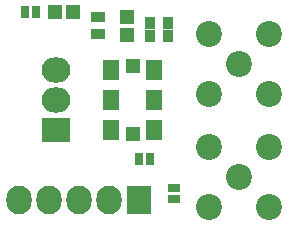
<source format=gts>
G04 #@! TF.FileFunction,Soldermask,Top*
%FSLAX46Y46*%
G04 Gerber Fmt 4.6, Leading zero omitted, Abs format (unit mm)*
G04 Created by KiCad (PCBNEW 4.0.2-stable) date Sun 24 Apr 2016 07:38:59 PM AKDT*
%MOMM*%
G01*
G04 APERTURE LIST*
%ADD10C,0.100000*%
%ADD11R,0.900000X1.000000*%
%ADD12R,1.150000X1.200000*%
%ADD13R,1.197560X1.197560*%
%ADD14R,2.432000X2.127200*%
%ADD15O,2.432000X2.127200*%
%ADD16R,1.300000X0.900000*%
%ADD17R,2.127200X2.432000*%
%ADD18O,2.127200X2.432000*%
%ADD19R,1.000000X0.800000*%
%ADD20R,0.800000X1.000000*%
%ADD21R,1.400000X1.800000*%
%ADD22R,1.200000X1.200000*%
%ADD23C,2.200000*%
G04 APERTURE END LIST*
D10*
D11*
X153000000Y-100050000D03*
X153000000Y-98950000D03*
X154500000Y-100050000D03*
X154500000Y-98950000D03*
D12*
X151000000Y-100000000D03*
X151000000Y-98500000D03*
D13*
X146449300Y-98100000D03*
X144950700Y-98100000D03*
D14*
X145000000Y-108040000D03*
D15*
X145000000Y-105500000D03*
X145000000Y-102960000D03*
D16*
X148600000Y-98450000D03*
X148600000Y-99950000D03*
D17*
X152080000Y-114000000D03*
D18*
X149540000Y-114000000D03*
X147000000Y-114000000D03*
X144460000Y-114000000D03*
X141920000Y-114000000D03*
D19*
X155000000Y-113000000D03*
X155000000Y-113900000D03*
D20*
X152950000Y-110500000D03*
X152050000Y-110500000D03*
X142400000Y-98100000D03*
X143300000Y-98100000D03*
D21*
X149650000Y-102960000D03*
X149650000Y-105500000D03*
X149650000Y-108040000D03*
X153350000Y-108040000D03*
X153350000Y-105500000D03*
X153350000Y-102960000D03*
D22*
X151500000Y-102635000D03*
X151500000Y-108365000D03*
D23*
X160540000Y-112000000D03*
X163080000Y-109460000D03*
X163080000Y-114540000D03*
X158000000Y-114540000D03*
X158000000Y-109460000D03*
X160540000Y-102460000D03*
X163080000Y-99920000D03*
X163080000Y-105000000D03*
X158000000Y-105000000D03*
X158000000Y-99920000D03*
M02*

</source>
